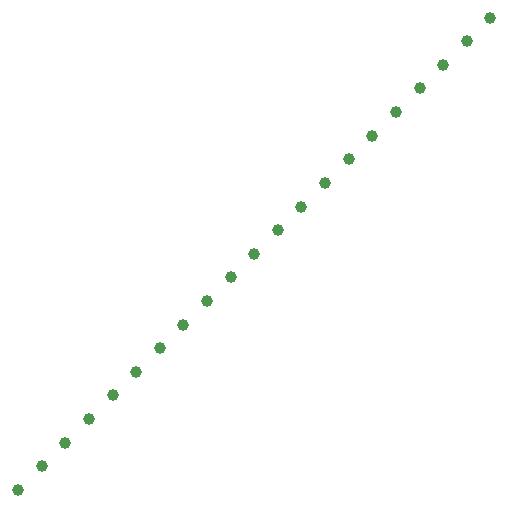
<source format=gbr>
G04 Examples for testing time performance of Gerber parsers*
%FSLAX26Y26*%
%MOMM*%
%ADD10C,1*%
%LPD*%
D10*
X0Y0D03*
X2000000Y2000000D03*
X4000000Y4000000D03*
X6000000Y6000000D03*
X8000000Y8000000D03*
X10000000Y10000000D03*
X12000000Y12000000D03*
X14000000Y14000000D03*
X16000000Y16000000D03*
X18000000Y18000000D03*
X20000000Y20000000D03*
X22000000Y22000000D03*
X24000000Y24000000D03*
X26000000Y26000000D03*
X28000000Y28000000D03*
X30000000Y30000000D03*
X32000000Y32000000D03*
X34000000Y34000000D03*
X36000000Y36000000D03*
X38000000Y38000000D03*
X40000000Y40000000D03*
M02*

</source>
